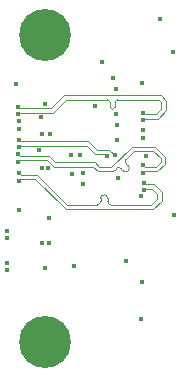
<source format=gbr>
%TF.GenerationSoftware,KiCad,Pcbnew,7.0.10*%
%TF.CreationDate,2024-02-01T11:04:59-05:00*%
%TF.ProjectId,quad_payload_adapter,71756164-5f70-4617-996c-6f61645f6164,rev?*%
%TF.SameCoordinates,Original*%
%TF.FileFunction,Copper,L3,Inr*%
%TF.FilePolarity,Positive*%
%FSLAX46Y46*%
G04 Gerber Fmt 4.6, Leading zero omitted, Abs format (unit mm)*
G04 Created by KiCad (PCBNEW 7.0.10) date 2024-02-01 11:04:59*
%MOMM*%
%LPD*%
G01*
G04 APERTURE LIST*
%TA.AperFunction,ComponentPad*%
%ADD10C,4.400000*%
%TD*%
%TA.AperFunction,ViaPad*%
%ADD11C,0.400000*%
%TD*%
%TA.AperFunction,Conductor*%
%ADD12C,0.111760*%
%TD*%
G04 APERTURE END LIST*
D10*
%TO.N,GND*%
%TO.C,H1*%
X96000000Y-87000000D03*
%TD*%
%TO.N,GND*%
%TO.C,H2*%
X96000000Y-113000000D03*
%TD*%
D11*
%TO.N,CAM1_C_P*%
X101244400Y-97256600D03*
%TO.N,GND*%
X95504000Y-96774000D03*
X96316800Y-102514400D03*
X96266000Y-98298000D03*
X95707200Y-98272600D03*
X104089200Y-100660200D03*
X102158800Y-99085400D03*
X104495600Y-97231200D03*
X102057200Y-95859600D03*
X101955600Y-93675200D03*
X101955600Y-91567000D03*
%TO.N,CAM_GPIO*%
X100203000Y-93040200D03*
%TO.N,+3.3V*%
X98425000Y-106578400D03*
%TO.N,+VIN_PROT_PAYLOAD*%
X102819200Y-106121200D03*
%TO.N,GND*%
X96393000Y-95402400D03*
X95681800Y-95427802D03*
X95631000Y-93980000D03*
X95961200Y-92837000D03*
X95961200Y-106705400D03*
X96342200Y-104597200D03*
X95681800Y-104597200D03*
X93751400Y-101803200D03*
%TO.N,CAM_GPIO*%
X93497400Y-91135200D03*
%TO.N,SCL0*%
X104165400Y-91059000D03*
%TO.N,SDA0*%
X101752400Y-90627200D03*
%TO.N,GND*%
X102031800Y-94589600D03*
%TO.N,CAM1_D2_N*%
X104241600Y-95728130D03*
%TO.N,CAM1_D2_P*%
X104241600Y-95076670D03*
%TO.N,CAM1_D3_N*%
X104292400Y-94229530D03*
%TO.N,CAM1_D3_P*%
X104292400Y-93578070D03*
%TO.N,CAM1_D3_N*%
X93687668Y-93074270D03*
%TO.N,CAM1_D3_P*%
X93687668Y-93725730D03*
%TO.N,CAM1_D0_P*%
X93799153Y-99325730D03*
%TO.N,CAM1_D0_N*%
X93799153Y-98674270D03*
%TO.N,CAM1_D1_P*%
X93692365Y-97725730D03*
%TO.N,CAM1_D1_N*%
X93692365Y-97074270D03*
%TO.N,CAM1_C_N*%
X93811211Y-95874270D03*
%TO.N,CAM1_C_P*%
X93811211Y-96525730D03*
%TO.N,CAM1_D2_N*%
X93770992Y-94274270D03*
%TO.N,CAM1_D2_P*%
X93770992Y-94925730D03*
%TO.N,CAM1_C_N*%
X101867665Y-97165729D03*
%TO.N,CAM1_D1_N*%
X104267000Y-98665730D03*
%TO.N,CAM1_D1_P*%
X104267000Y-98014270D03*
%TO.N,CAM1_D0_N*%
X104368600Y-100165729D03*
%TO.N,CAM1_D0_P*%
X104368600Y-99514269D03*
%TO.N,GND*%
X100830000Y-89330000D03*
X105750000Y-85640000D03*
X106850000Y-88420000D03*
X106930000Y-102250000D03*
X104120000Y-111010000D03*
X104170000Y-107950000D03*
X99187000Y-99644200D03*
%TO.N,USB2_SSTX+*%
X98300000Y-98790000D03*
%TO.N,USB2_SSTX-*%
X99190000Y-98656500D03*
%TO.N,USB2_SSRX+*%
X98210000Y-97200000D03*
%TO.N,USB2_SSRX-*%
X98970000Y-97136500D03*
%TO.N,ETH_PAYLOAD_TX_POSTMAG_N*%
X92730000Y-106886360D03*
%TO.N,ETH_PAYLOAD_TX_POSTMAG_P*%
X92730000Y-106313640D03*
%TO.N,ETH_PAYLOAD_RX_POSTMAG_N*%
X92786465Y-104191360D03*
%TO.N,ETH_PAYLOAD_RX_POSTMAG_P*%
X92786465Y-103618640D03*
%TD*%
D12*
%TO.N,CAM1_D0_N*%
X104512720Y-100021609D02*
X104368600Y-100165729D01*
X105482390Y-100889774D02*
X105482390Y-100481426D01*
X104979174Y-101392990D02*
X105482390Y-100889774D01*
X101580800Y-101392990D02*
X104979174Y-101392990D01*
X101280800Y-100833663D02*
X101280800Y-101092990D01*
X100680800Y-101092990D02*
X100680800Y-100833663D01*
X105022573Y-100021609D02*
X104512720Y-100021609D01*
X93943273Y-98818390D02*
X95290626Y-98818390D01*
X101280810Y-101092990D02*
G75*
G03*
X101580800Y-101392990I299990J-10D01*
G01*
X101280837Y-100833663D02*
G75*
G03*
X100980800Y-100533663I-300037J-37D01*
G01*
X95290626Y-98818390D02*
X97865226Y-101392990D01*
X100980800Y-100533700D02*
G75*
G03*
X100680800Y-100833663I0J-300000D01*
G01*
X105482390Y-100481426D02*
X105022573Y-100021609D01*
X97865226Y-101392990D02*
X100380800Y-101392990D01*
X100380800Y-101393000D02*
G75*
G03*
X100680800Y-101092990I0J300000D01*
G01*
X93799153Y-98674270D02*
X93943273Y-98818390D01*
%TO.N,CAM1_D1_P*%
X104411120Y-98158390D02*
X104267000Y-98014270D01*
X105761790Y-97740174D02*
X105343574Y-98158390D01*
X105761790Y-97458826D02*
X105761790Y-97740174D01*
X105131574Y-96828610D02*
X105761790Y-97458826D01*
X102843646Y-97463589D02*
X103478626Y-96828610D01*
X102843645Y-97463588D02*
X102843646Y-97463589D01*
X103026998Y-98071205D02*
X102843645Y-97887852D01*
X103026998Y-98071204D02*
X103026998Y-98071205D01*
X102419382Y-98312118D02*
X102602734Y-98495470D01*
X101751426Y-98555810D02*
X101995118Y-98312118D01*
X100432574Y-98555810D02*
X101751426Y-98555810D01*
X100026174Y-98149410D02*
X100432574Y-98555810D01*
X96698774Y-98149410D02*
X100026174Y-98149410D01*
X93836485Y-97581610D02*
X96130974Y-97581610D01*
X93692365Y-97725730D02*
X93836485Y-97581610D01*
X105343574Y-98158390D02*
X104411120Y-98158390D01*
X96130974Y-97581610D02*
X96698774Y-98149410D01*
X102602735Y-98495469D02*
G75*
G03*
X103026997Y-98495469I212131J212131D01*
G01*
X103026961Y-98495433D02*
G75*
G03*
X103026998Y-98071204I-212061J212133D01*
G01*
X102843625Y-97463568D02*
G75*
G03*
X102843645Y-97887852I212175J-212132D01*
G01*
X103478626Y-96828610D02*
X105131574Y-96828610D01*
X102419381Y-98312119D02*
G75*
G03*
X101995119Y-98312119I-212131J-212131D01*
G01*
%TO.N,CAM1_D3_P*%
X104436520Y-93722190D02*
X104292400Y-93578070D01*
X105360174Y-93722190D02*
X104436520Y-93722190D01*
X105837990Y-93244374D02*
X105360174Y-93722190D01*
X105837990Y-92709026D02*
X105837990Y-93244374D01*
X105614174Y-92485210D02*
X105837990Y-92709026D01*
X102096520Y-92485210D02*
X105614174Y-92485210D01*
X101889840Y-93084154D02*
X101889840Y-92691890D01*
X101476480Y-92691890D02*
X101476480Y-93084154D01*
X93831788Y-93581610D02*
X96641826Y-93581610D01*
X102096520Y-92485240D02*
G75*
G03*
X101889840Y-92691890I-20J-206660D01*
G01*
X96641826Y-93581610D02*
X97738226Y-92485210D01*
X101476566Y-93084154D02*
G75*
G03*
X101683160Y-93290834I206634J-46D01*
G01*
X93687668Y-93725730D02*
X93831788Y-93581610D01*
X101683160Y-93290840D02*
G75*
G03*
X101889840Y-93084154I40J206640D01*
G01*
X97738226Y-92485210D02*
X101269800Y-92485210D01*
X101476490Y-92691890D02*
G75*
G03*
X101269800Y-92485210I-206690J-10D01*
G01*
%TO.N,CAM1_C_P*%
X101070410Y-97082610D02*
X101244400Y-97256600D01*
X100203974Y-97082610D02*
X101070410Y-97082610D01*
%TO.N,CAM1_C_N*%
X101421326Y-96719390D02*
X101867665Y-97165729D01*
X100354426Y-96719390D02*
X101421326Y-96719390D01*
X99653426Y-96018390D02*
X100354426Y-96719390D01*
X93955331Y-96018390D02*
X99653426Y-96018390D01*
X93811211Y-95874270D02*
X93955331Y-96018390D01*
%TO.N,CAM1_D3_N*%
X104436520Y-94085410D02*
X104292400Y-94229530D01*
X106201210Y-93394826D02*
X105510626Y-94085410D01*
X106201210Y-92558574D02*
X106201210Y-93394826D01*
X105764626Y-92121990D02*
X106201210Y-92558574D01*
X97587774Y-92121990D02*
X105764626Y-92121990D01*
X96491374Y-93218390D02*
X97587774Y-92121990D01*
X93831788Y-93218390D02*
X96491374Y-93218390D01*
X93687668Y-93074270D02*
X93831788Y-93218390D01*
X105510626Y-94085410D02*
X104436520Y-94085410D01*
%TO.N,CAM1_D0_P*%
X104512720Y-99658389D02*
X104368600Y-99514269D01*
X105173025Y-99658389D02*
X104512720Y-99658389D01*
X105845610Y-100330974D02*
X105173025Y-99658389D01*
X105845610Y-101040226D02*
X105845610Y-100330974D01*
X93943273Y-99181610D02*
X95140174Y-99181610D01*
X95140174Y-99181610D02*
X97714774Y-101756210D01*
X97714774Y-101756210D02*
X105129626Y-101756210D01*
X105129626Y-101756210D02*
X105845610Y-101040226D01*
X93799153Y-99325730D02*
X93943273Y-99181610D01*
%TO.N,CAM1_D1_N*%
X105494026Y-98521610D02*
X104411120Y-98521610D01*
X106125010Y-97890626D02*
X105494026Y-98521610D01*
X105282026Y-96465390D02*
X106125010Y-97308374D01*
X103328174Y-96465390D02*
X105282026Y-96465390D01*
X101600974Y-98192590D02*
X103328174Y-96465390D01*
X100583026Y-98192590D02*
X101600974Y-98192590D01*
X100176626Y-97786190D02*
X100583026Y-98192590D01*
X96849226Y-97786190D02*
X100176626Y-97786190D01*
X96281426Y-97218390D02*
X96849226Y-97786190D01*
X93836485Y-97218390D02*
X96281426Y-97218390D01*
X93692365Y-97074270D02*
X93836485Y-97218390D01*
X106125010Y-97308374D02*
X106125010Y-97890626D01*
X104411120Y-98521610D02*
X104267000Y-98665730D01*
%TO.N,CAM1_C_P*%
X99502974Y-96381610D02*
X100203974Y-97082610D01*
X93955331Y-96381610D02*
X99502974Y-96381610D01*
X93811211Y-96525730D02*
X93955331Y-96381610D01*
%TD*%
M02*

</source>
